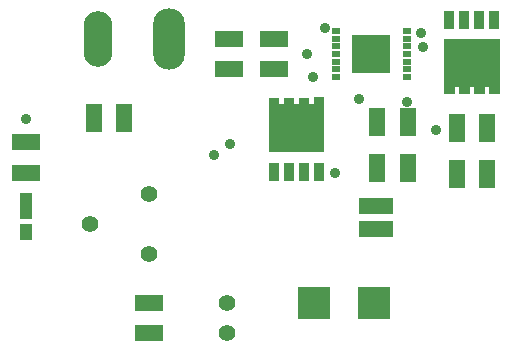
<source format=gts>
G04*
G04 #@! TF.GenerationSoftware,Altium Limited,Altium Designer,20.0.2 (26)*
G04*
G04 Layer_Color=8388736*
%FSLAX44Y44*%
%MOMM*%
G71*
G01*
G75*
%ADD22R,1.4032X2.4032*%
%ADD23R,2.9532X1.4032*%
%ADD24R,2.4032X1.4032*%
%ADD25R,1.0032X2.2032*%
%ADD26R,1.0032X1.4032*%
%ADD27R,3.2032X3.3032*%
%ADD28R,0.8032X0.5982*%
%ADD29R,0.9132X1.5752*%
%ADD30C,1.4032*%
%ADD31R,2.7032X2.7032*%
%ADD32O,2.7032X5.2032*%
%ADD33O,2.4532X4.7032*%
%ADD34C,0.9032*%
G36*
X233150Y227330D02*
Y221430D01*
X236750D01*
Y227330D01*
X245850D01*
Y221430D01*
X249450D01*
Y227330D01*
X258550D01*
Y221430D01*
X262150D01*
Y227430D01*
X271250D01*
Y180930D01*
X224050D01*
Y227330D01*
X233150D01*
D02*
G37*
G36*
X410740Y230110D02*
Y236010D01*
X407140D01*
Y230110D01*
X398040D01*
Y236010D01*
X394440D01*
Y230110D01*
X385340D01*
Y236010D01*
X381740D01*
Y230010D01*
X372640D01*
Y276510D01*
X419840D01*
Y230110D01*
X410740D01*
D02*
G37*
D22*
X341930Y207010D02*
D03*
X315930D02*
D03*
X383240Y201930D02*
D03*
X409240D02*
D03*
X383240Y162560D02*
D03*
X409240D02*
D03*
X102000Y210000D02*
D03*
X76000D02*
D03*
X341930Y167640D02*
D03*
X315930D02*
D03*
D23*
X314960Y135730D02*
D03*
Y115730D02*
D03*
D24*
X190500Y251160D02*
D03*
Y277160D02*
D03*
X123190Y53640D02*
D03*
Y27640D02*
D03*
X228600Y251160D02*
D03*
Y277160D02*
D03*
X19050Y189530D02*
D03*
Y163530D02*
D03*
D25*
Y135210D02*
D03*
D26*
Y113710D02*
D03*
D27*
X311150Y264160D02*
D03*
D28*
X281150Y244660D02*
D03*
Y251160D02*
D03*
Y257660D02*
D03*
Y264160D02*
D03*
Y270660D02*
D03*
Y277160D02*
D03*
Y283660D02*
D03*
X341150Y244660D02*
D03*
Y251160D02*
D03*
Y257660D02*
D03*
Y264160D02*
D03*
Y270660D02*
D03*
Y277160D02*
D03*
Y283660D02*
D03*
D29*
X228600Y164070D02*
D03*
X241300D02*
D03*
X254000D02*
D03*
X266700D02*
D03*
X415290Y293370D02*
D03*
X402590D02*
D03*
X389890D02*
D03*
X377190D02*
D03*
D30*
X123250Y94500D02*
D03*
Y145500D02*
D03*
X72750Y120000D02*
D03*
X189230Y28140D02*
D03*
Y53140D02*
D03*
D31*
X313690Y53340D02*
D03*
X262890D02*
D03*
D32*
X140010Y276860D02*
D03*
D33*
X80010D02*
D03*
D34*
X311540Y253365D02*
D03*
X301135Y253175D02*
D03*
X310905Y264478D02*
D03*
X300500Y264287D02*
D03*
X321945Y253365D02*
D03*
X300500Y275400D02*
D03*
X321310Y275590D02*
D03*
X366000Y200000D02*
D03*
X272170Y285830D02*
D03*
X355000Y270000D02*
D03*
X378000Y243000D02*
D03*
X405000D02*
D03*
X396000D02*
D03*
X387000D02*
D03*
X378000Y252000D02*
D03*
X405000D02*
D03*
X396000D02*
D03*
X387000D02*
D03*
X378000Y261000D02*
D03*
X405000D02*
D03*
X396000D02*
D03*
X387000D02*
D03*
X414020Y243000D02*
D03*
Y270000D02*
D03*
X387000Y270000D02*
D03*
X396000D02*
D03*
X405000D02*
D03*
X378000D02*
D03*
X414020Y261000D02*
D03*
Y252000D02*
D03*
X310905Y275590D02*
D03*
X321310Y264478D02*
D03*
X256540Y264160D02*
D03*
X177800Y179070D02*
D03*
X191770Y187960D02*
D03*
X300990Y226060D02*
D03*
X262070Y244660D02*
D03*
X280670Y163830D02*
D03*
X353060Y281940D02*
D03*
X341630Y223520D02*
D03*
X19050Y209550D02*
D03*
M02*

</source>
